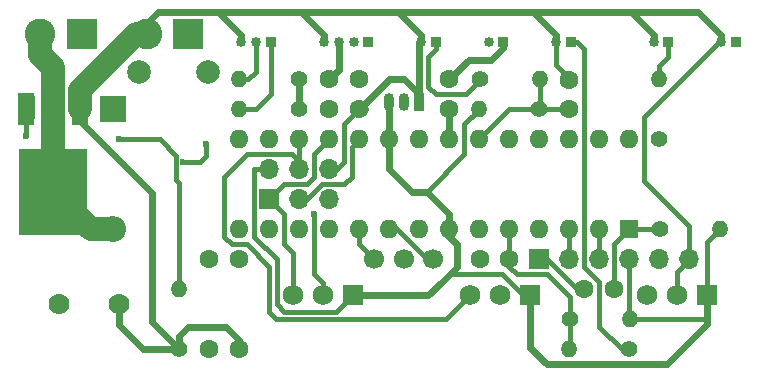
<source format=gbl>
G04 #@! TF.FileFunction,Copper,L2,Bot,Signal*
%FSLAX46Y46*%
G04 Gerber Fmt 4.6, Leading zero omitted, Abs format (unit mm)*
G04 Created by KiCad (PCBNEW 4.0.7) date 08/08/19 19:02:58*
%MOMM*%
%LPD*%
G01*
G04 APERTURE LIST*
%ADD10C,0.100000*%
%ADD11R,2.200000X2.200000*%
%ADD12O,2.200000X2.200000*%
%ADD13C,2.000000*%
%ADD14C,1.778000*%
%ADD15R,1.700000X1.700000*%
%ADD16O,1.700000X1.700000*%
%ADD17C,1.750000*%
%ADD18R,1.750000X1.750000*%
%ADD19R,1.600000X1.600000*%
%ADD20O,1.600000X1.600000*%
%ADD21R,2.600000X2.600000*%
%ADD22C,2.600000*%
%ADD23C,1.700000*%
%ADD24C,1.400000*%
%ADD25O,1.400000X1.400000*%
%ADD26C,1.600000*%
%ADD27O,0.900000X1.500000*%
%ADD28R,0.900000X1.500000*%
%ADD29R,0.850000X0.850000*%
%ADD30C,0.850000*%
%ADD31R,1.400000X2.700000*%
%ADD32R,5.800000X7.400000*%
%ADD33R,0.400000X0.600000*%
%ADD34C,0.600000*%
%ADD35C,0.406400*%
%ADD36C,0.609600*%
%ADD37C,2.032000*%
%ADD38C,0.914400*%
G04 APERTURE END LIST*
D10*
D11*
X125720000Y-92615000D03*
D12*
X125720000Y-102775000D03*
D13*
X127900000Y-89440000D03*
X133700000Y-89440000D03*
D14*
X126228000Y-109125000D03*
X121148000Y-109125000D03*
D15*
X161788000Y-105315000D03*
D16*
X164328000Y-105315000D03*
X166868000Y-105315000D03*
X169408000Y-105315000D03*
X171948000Y-105315000D03*
X174488000Y-105315000D03*
D17*
X170918000Y-108365000D03*
X173458000Y-108365000D03*
D18*
X175998000Y-108365000D03*
D19*
X169408000Y-102775000D03*
D20*
X136388000Y-95155000D03*
X166868000Y-102775000D03*
X138928000Y-95155000D03*
X164328000Y-102775000D03*
X141468000Y-95155000D03*
X161788000Y-102775000D03*
X144008000Y-95155000D03*
X159248000Y-102775000D03*
X146548000Y-95155000D03*
X156708000Y-102775000D03*
X149088000Y-95155000D03*
X154168000Y-102775000D03*
X151628000Y-95155000D03*
X151628000Y-102775000D03*
X154168000Y-95155000D03*
X149088000Y-102775000D03*
X156708000Y-95155000D03*
X146548000Y-102775000D03*
X159248000Y-95155000D03*
X144008000Y-102775000D03*
X161788000Y-95155000D03*
X141468000Y-102775000D03*
X164328000Y-95155000D03*
X138928000Y-102775000D03*
X166868000Y-95155000D03*
X136388000Y-102775000D03*
X169408000Y-95155000D03*
D21*
X132070000Y-86265000D03*
D22*
X128570000Y-86265000D03*
D21*
X123053000Y-86265000D03*
D22*
X119553000Y-86265000D03*
D23*
X147818000Y-105315000D03*
X150318000Y-105315000D03*
X152818000Y-105315000D03*
D24*
X164368000Y-110395000D03*
D25*
X169448000Y-110395000D03*
D24*
X169368000Y-112935000D03*
D25*
X164288000Y-112935000D03*
D26*
X154168000Y-90075000D03*
X154168000Y-92575000D03*
X146548000Y-90075000D03*
X146548000Y-92575000D03*
X159248000Y-105315000D03*
X156748000Y-105315000D03*
D27*
X150358000Y-91980000D03*
X149088000Y-91980000D03*
D28*
X151628000Y-91980000D03*
D26*
X144008000Y-90075000D03*
X144008000Y-92575000D03*
X165598000Y-107855000D03*
X168098000Y-107855000D03*
D24*
X171988000Y-102775000D03*
D25*
X177068000Y-102775000D03*
D26*
X164328000Y-92615000D03*
X164328000Y-90115000D03*
D24*
X156748000Y-90075000D03*
D25*
X161828000Y-90075000D03*
D24*
X161748000Y-92615000D03*
D25*
X156668000Y-92615000D03*
D17*
X155918000Y-108365000D03*
X158458000Y-108365000D03*
D18*
X160998000Y-108365000D03*
D17*
X140918000Y-108365000D03*
X143458000Y-108365000D03*
D18*
X145998000Y-108365000D03*
D24*
X141428000Y-92615000D03*
D25*
X136348000Y-92615000D03*
D24*
X141428000Y-90075000D03*
D25*
X136348000Y-90075000D03*
D24*
X171948000Y-95115000D03*
D25*
X171948000Y-90035000D03*
D26*
X133848000Y-105315000D03*
X133848000Y-112935000D03*
X136388000Y-105315000D03*
X136388000Y-112935000D03*
D24*
X131308000Y-112895000D03*
D25*
X131308000Y-107815000D03*
D15*
X138928000Y-100235000D03*
D16*
X138928000Y-97695000D03*
X141468000Y-100235000D03*
X141468000Y-97695000D03*
X144008000Y-100235000D03*
X144008000Y-97695000D03*
D29*
X158740000Y-86900000D03*
D30*
X157490000Y-86900000D03*
D29*
X147310000Y-86900000D03*
D30*
X146060000Y-86900000D03*
X144810000Y-86900000D03*
X143560000Y-86900000D03*
D29*
X153025000Y-86900000D03*
D30*
X151775000Y-86900000D03*
D29*
X178425000Y-86900000D03*
D30*
X177175000Y-86900000D03*
D29*
X164455000Y-86900000D03*
D30*
X163205000Y-86900000D03*
D29*
X139055000Y-86900000D03*
D30*
X137805000Y-86900000D03*
X136555000Y-86900000D03*
D31*
X118360000Y-92610000D03*
X122920000Y-92610000D03*
D32*
X120640000Y-99592000D03*
D33*
X131558000Y-97060000D03*
X131058000Y-97060000D03*
D29*
X172710000Y-86900000D03*
D30*
X171460000Y-86900000D03*
D34*
X142738000Y-101505000D03*
X118354000Y-94901000D03*
X126228000Y-95155000D03*
X133594000Y-95536000D03*
D35*
X169408000Y-102775000D02*
X171988000Y-102775000D01*
X169408000Y-102775000D02*
X168138000Y-104045000D01*
X168138000Y-104045000D02*
X168138000Y-107815000D01*
X168138000Y-107815000D02*
X168098000Y-107855000D01*
D36*
X122920000Y-92610000D02*
X122920000Y-93625000D01*
X122920000Y-93625000D02*
X129022000Y-99727000D01*
X129022000Y-110609000D02*
X131308000Y-112895000D01*
X129022000Y-99727000D02*
X129022000Y-110609000D01*
D35*
X177175000Y-86900000D02*
X177028000Y-86900000D01*
X177028000Y-86900000D02*
X170678000Y-93250000D01*
X174488000Y-102521000D02*
X174488000Y-105315000D01*
X170678000Y-98711000D02*
X174488000Y-102521000D01*
X170678000Y-93250000D02*
X170678000Y-98711000D01*
D36*
X151628000Y-91980000D02*
X151628000Y-87047000D01*
X151628000Y-87047000D02*
X151775000Y-86900000D01*
D35*
X164328000Y-90115000D02*
X164328000Y-89948000D01*
X164328000Y-89948000D02*
X163205000Y-88825000D01*
X163205000Y-88825000D02*
X163205000Y-86900000D01*
D36*
X136555000Y-86900000D02*
X136555000Y-86305000D01*
X136555000Y-86305000D02*
X134610000Y-84360000D01*
X143560000Y-86900000D02*
X143560000Y-86325000D01*
X143560000Y-86325000D02*
X141595000Y-84360000D01*
X151775000Y-86900000D02*
X151775000Y-86285000D01*
X151775000Y-86285000D02*
X149850000Y-84360000D01*
X163205000Y-86900000D02*
X163205000Y-86285000D01*
X163205000Y-86285000D02*
X161280000Y-84360000D01*
X171460000Y-86900000D02*
X171460000Y-86285000D01*
X171460000Y-86285000D02*
X169535000Y-84360000D01*
X128570000Y-86265000D02*
X128570000Y-85320000D01*
X128570000Y-85320000D02*
X129530000Y-84360000D01*
X177175000Y-86285000D02*
X177175000Y-86900000D01*
X175250000Y-84360000D02*
X177175000Y-86285000D01*
X129530000Y-84360000D02*
X134610000Y-84360000D01*
X134610000Y-84360000D02*
X141595000Y-84360000D01*
X141595000Y-84360000D02*
X149850000Y-84360000D01*
X149850000Y-84360000D02*
X161280000Y-84360000D01*
X161280000Y-84360000D02*
X169535000Y-84360000D01*
X169535000Y-84360000D02*
X175250000Y-84360000D01*
X131308000Y-112895000D02*
X131308000Y-111792000D01*
X135245000Y-111030000D02*
X136388000Y-112173000D01*
X132070000Y-111030000D02*
X135245000Y-111030000D01*
X131308000Y-111792000D02*
X132070000Y-111030000D01*
X136388000Y-112173000D02*
X136388000Y-112935000D01*
D37*
X122920000Y-92610000D02*
X122920000Y-90970000D01*
X122920000Y-90970000D02*
X127625000Y-86265000D01*
X127625000Y-86265000D02*
X128570000Y-86265000D01*
D38*
X123052000Y-92742000D02*
X122920000Y-92610000D01*
D36*
X126228000Y-109125000D02*
X126228000Y-110903000D01*
X126228000Y-110903000D02*
X128220000Y-112895000D01*
X128220000Y-112895000D02*
X131308000Y-112895000D01*
D35*
X143458000Y-107305000D02*
X143458000Y-108365000D01*
X142738000Y-106585000D02*
X143458000Y-107305000D01*
X142738000Y-101505000D02*
X142738000Y-106585000D01*
D36*
X146548000Y-92575000D02*
X146588000Y-92575000D01*
X146588000Y-92575000D02*
X149088000Y-90075000D01*
X150358000Y-90075000D02*
X151628000Y-91345000D01*
X149088000Y-90075000D02*
X150358000Y-90075000D01*
X151628000Y-91345000D02*
X151628000Y-91980000D01*
D35*
X144008000Y-97695000D02*
X144643000Y-97695000D01*
X144643000Y-97695000D02*
X145278000Y-97060000D01*
X145278000Y-97060000D02*
X145278000Y-93845000D01*
X145278000Y-93845000D02*
X146548000Y-92575000D01*
D36*
X151628000Y-91345000D02*
X151628000Y-91980000D01*
X154168000Y-92575000D02*
X154168000Y-95155000D01*
D35*
X173458000Y-108365000D02*
X173458000Y-106345000D01*
X173458000Y-106345000D02*
X174488000Y-105315000D01*
X147143000Y-92575000D02*
X146548000Y-92575000D01*
X161748000Y-92615000D02*
X164328000Y-92615000D01*
X156708000Y-95155000D02*
X159248000Y-92615000D01*
X159248000Y-92615000D02*
X161748000Y-92615000D01*
X161828000Y-90075000D02*
X161828000Y-92535000D01*
X161828000Y-92535000D02*
X161748000Y-92615000D01*
X136348000Y-92615000D02*
X137785000Y-92615000D01*
X137785000Y-92615000D02*
X139055000Y-91345000D01*
X139055000Y-91345000D02*
X139055000Y-86900000D01*
X126228000Y-95155000D02*
X129657000Y-95155000D01*
X118354000Y-94901000D02*
X118360000Y-94895000D01*
X118360000Y-92610000D02*
X118360000Y-94895000D01*
X131058000Y-96556000D02*
X131058000Y-97060000D01*
X129657000Y-95155000D02*
X131058000Y-96556000D01*
X131308000Y-105442000D02*
X131308000Y-98838000D01*
X131308000Y-107815000D02*
X131308000Y-105442000D01*
X131058000Y-98588000D02*
X131058000Y-97060000D01*
X131308000Y-98838000D02*
X131058000Y-98588000D01*
X118868000Y-93245000D02*
X118868000Y-91605000D01*
X164368000Y-110395000D02*
X164368000Y-112855000D01*
X164368000Y-112855000D02*
X164288000Y-112935000D01*
X159248000Y-105315000D02*
X159248000Y-105950000D01*
X159248000Y-105950000D02*
X159883000Y-106585000D01*
X164368000Y-108530000D02*
X164368000Y-110395000D01*
X162423000Y-106585000D02*
X164368000Y-108530000D01*
X159883000Y-106585000D02*
X162423000Y-106585000D01*
X159248000Y-102775000D02*
X159248000Y-105315000D01*
X142103000Y-100235000D02*
X143373000Y-98965000D01*
X145913000Y-95790000D02*
X146548000Y-95155000D01*
X145913000Y-98330000D02*
X145913000Y-95790000D01*
X145278000Y-98965000D02*
X145913000Y-98330000D01*
X143373000Y-98965000D02*
X145278000Y-98965000D01*
X140198000Y-104045000D02*
X140198000Y-101505000D01*
X140198000Y-104045000D02*
X140918000Y-104765000D01*
X140918000Y-108365000D02*
X140918000Y-104765000D01*
X140198000Y-101505000D02*
X138928000Y-100235000D01*
X144008000Y-95155000D02*
X142738000Y-96425000D01*
X140198000Y-98965000D02*
X138928000Y-100235000D01*
X142103000Y-98965000D02*
X140198000Y-98965000D01*
X142738000Y-98330000D02*
X142103000Y-98965000D01*
X142738000Y-96425000D02*
X142738000Y-98330000D01*
D36*
X144810000Y-86900000D02*
X144810000Y-89273000D01*
X144810000Y-89273000D02*
X144008000Y-90075000D01*
X149088000Y-91980000D02*
X149088000Y-95155000D01*
X141428000Y-90075000D02*
X141428000Y-92615000D01*
D35*
X160998000Y-108365000D02*
X160393000Y-108365000D01*
X160393000Y-108365000D02*
X158613000Y-106585000D01*
X154168000Y-106585000D02*
X153533000Y-107220000D01*
X158613000Y-106585000D02*
X154168000Y-106585000D01*
X138928000Y-97695000D02*
X137658000Y-97695000D01*
X144603000Y-109760000D02*
X145998000Y-108365000D01*
X140198000Y-109760000D02*
X144603000Y-109760000D01*
X139563000Y-109125000D02*
X140198000Y-109760000D01*
X139563000Y-105315000D02*
X139563000Y-109125000D01*
X137658000Y-103410000D02*
X139563000Y-105315000D01*
X137658000Y-102140000D02*
X137658000Y-103410000D01*
X137658000Y-97695000D02*
X137658000Y-102140000D01*
X141428000Y-92615000D02*
X141428000Y-92655000D01*
X156668000Y-92615000D02*
X156668000Y-92655000D01*
X156668000Y-92655000D02*
X155438000Y-93885000D01*
X155438000Y-93885000D02*
X155438000Y-96425000D01*
X155438000Y-96425000D02*
X152263000Y-99600000D01*
X175998000Y-108365000D02*
X175998000Y-103845000D01*
X175998000Y-103845000D02*
X177068000Y-102775000D01*
D36*
X160998000Y-108365000D02*
X160998000Y-112780000D01*
X175998000Y-110790000D02*
X175998000Y-108365000D01*
X172583000Y-114205000D02*
X175998000Y-110790000D01*
X162423000Y-114205000D02*
X172583000Y-114205000D01*
X160998000Y-112780000D02*
X162423000Y-114205000D01*
D35*
X160998000Y-108365000D02*
X160998000Y-108645000D01*
X175998000Y-108365000D02*
X175998000Y-110155000D01*
X175998000Y-110155000D02*
X175758000Y-110395000D01*
X175758000Y-110395000D02*
X169448000Y-110395000D01*
X169408000Y-105315000D02*
X169408000Y-110355000D01*
X169408000Y-110355000D02*
X169448000Y-110395000D01*
D36*
X154168000Y-102775000D02*
X154168000Y-103410000D01*
X154168000Y-103410000D02*
X154803000Y-104045000D01*
X152388000Y-108365000D02*
X145998000Y-108365000D01*
X154803000Y-105950000D02*
X153533000Y-107220000D01*
X153533000Y-107220000D02*
X152388000Y-108365000D01*
X154803000Y-104045000D02*
X154803000Y-105950000D01*
X149088000Y-95155000D02*
X149088000Y-97695000D01*
X150993000Y-99600000D02*
X152263000Y-99600000D01*
X149088000Y-97695000D02*
X150993000Y-99600000D01*
X152263000Y-99600000D02*
X154168000Y-101505000D01*
X154168000Y-101505000D02*
X154168000Y-102775000D01*
D35*
X149088000Y-102775000D02*
X149723000Y-102775000D01*
X149723000Y-102775000D02*
X152263000Y-105315000D01*
X152263000Y-105315000D02*
X152818000Y-105315000D01*
X146548000Y-102775000D02*
X146548000Y-104045000D01*
X146548000Y-104045000D02*
X147818000Y-105315000D01*
X140198000Y-110366402D02*
X139534402Y-110366402D01*
X135118000Y-103410000D02*
X135753000Y-104045000D01*
X135753000Y-104045000D02*
X137023000Y-104045000D01*
X137023000Y-104045000D02*
X138928000Y-105950000D01*
X138928000Y-105950000D02*
X138928000Y-108490000D01*
X138928000Y-108490000D02*
X138928000Y-109125000D01*
X140833000Y-96425000D02*
X137023000Y-96425000D01*
X137023000Y-96425000D02*
X135118000Y-98330000D01*
X140833000Y-96425000D02*
X141468000Y-97060000D01*
X135118000Y-98330000D02*
X135118000Y-103410000D01*
X138928000Y-109760000D02*
X138928000Y-109125000D01*
X139534402Y-110366402D02*
X138928000Y-109760000D01*
X151628000Y-110395000D02*
X153888000Y-110395000D01*
X140198000Y-110366402D02*
X151599402Y-110366402D01*
X151599402Y-110366402D02*
X151628000Y-110395000D01*
X153888000Y-110395000D02*
X155918000Y-108365000D01*
X141468000Y-97695000D02*
X141468000Y-97060000D01*
X141468000Y-95155000D02*
X141468000Y-97695000D01*
X166868000Y-105315000D02*
X166868000Y-102775000D01*
X164328000Y-105315000D02*
X164328000Y-102775000D01*
X161788000Y-105315000D02*
X162423000Y-105315000D01*
X162423000Y-105315000D02*
X164963000Y-107855000D01*
X164963000Y-107855000D02*
X165598000Y-107855000D01*
X164455000Y-86900000D02*
X164963000Y-86900000D01*
X165598000Y-105950000D02*
X165598000Y-87535000D01*
X166868000Y-107220000D02*
X165598000Y-105950000D01*
X166868000Y-111030000D02*
X166868000Y-107220000D01*
X166868000Y-111030000D02*
X168773000Y-112935000D01*
X164963000Y-86900000D02*
X165598000Y-87535000D01*
X169368000Y-112935000D02*
X168773000Y-112935000D01*
X156748000Y-90075000D02*
X156748000Y-90162000D01*
X156748000Y-90162000D02*
X155565000Y-91345000D01*
X153025000Y-87535000D02*
X153025000Y-86900000D01*
X152390000Y-88170000D02*
X153025000Y-87535000D01*
X152390000Y-90710000D02*
X152390000Y-88170000D01*
X153025000Y-91345000D02*
X152390000Y-90710000D01*
X155565000Y-91345000D02*
X153025000Y-91345000D01*
X156748000Y-90075000D02*
X156708000Y-90075000D01*
X136348000Y-90075000D02*
X137150000Y-90075000D01*
X137805000Y-89420000D02*
X137805000Y-86900000D01*
X137150000Y-90075000D02*
X137805000Y-89420000D01*
D37*
X125720000Y-102775000D02*
X123823000Y-102775000D01*
X123823000Y-102775000D02*
X120640000Y-99592000D01*
X119553000Y-86265000D02*
X119553000Y-87972000D01*
X120640000Y-89059000D02*
X120640000Y-99592000D01*
X119553000Y-87972000D02*
X120640000Y-89059000D01*
D36*
X154168000Y-90075000D02*
X155819000Y-88424000D01*
X158740000Y-87408000D02*
X158740000Y-86900000D01*
X157724000Y-88424000D02*
X158740000Y-87408000D01*
X155819000Y-88424000D02*
X157724000Y-88424000D01*
D35*
X131558000Y-97060000D02*
X133086000Y-97060000D01*
X133594000Y-95536000D02*
X133594000Y-96044000D01*
X133594000Y-96552000D02*
X133594000Y-96044000D01*
X133086000Y-97060000D02*
X133594000Y-96552000D01*
X171948000Y-90035000D02*
X171948000Y-88932000D01*
X172710000Y-88170000D02*
X172710000Y-86900000D01*
X171948000Y-88932000D02*
X172710000Y-88170000D01*
M02*

</source>
